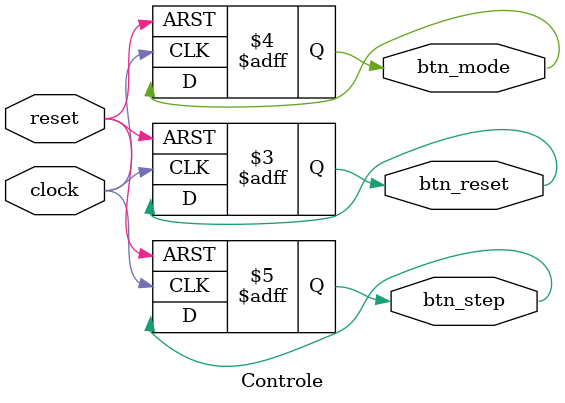
<source format=v>
module Controle(
    input wire clock,
    input wire reset, 
    output reg btn_reset, // Botão de reset
    output reg btn_mode,  // Botão de alteração de modo
    output reg btn_step   // Botão de passo-a-passo
);

    initial begin
        btn_reset = 0;
        btn_mode = 0;
        btn_step = 0;
    end

    always @(posedge clock or posedge reset) begin
        if (reset) begin
            // Resetar os botões
            btn_reset <= 0;
            btn_mode <= 0;
            btn_step <= 0;
        end else begin
            // Lógica do controle
            // A principio pode ser substituido por outra lógica
            // Implementação da interface com gamepad
        end
    end
endmodule

</source>
